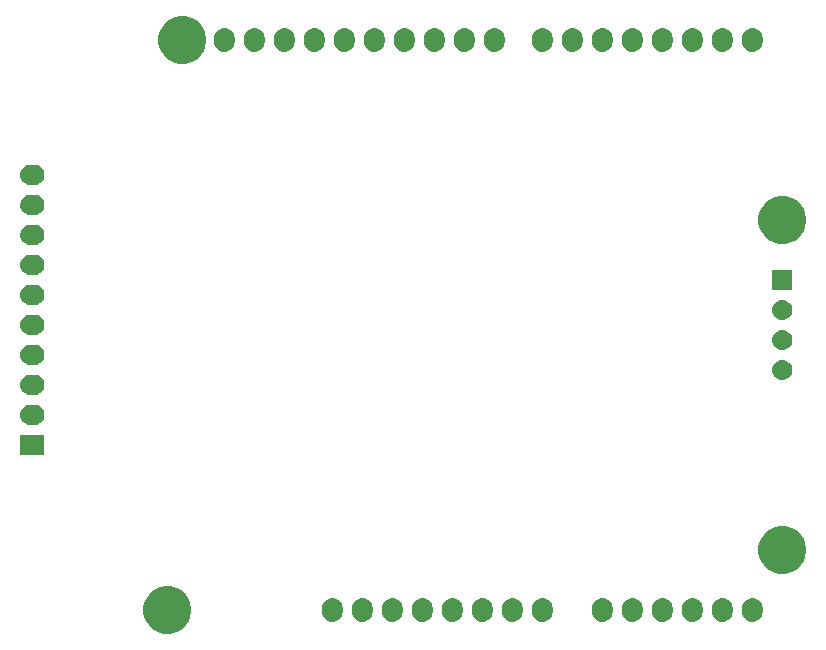
<source format=gbr>
G04 #@! TF.GenerationSoftware,KiCad,Pcbnew,5.0.2-bee76a0~70~ubuntu18.04.1*
G04 #@! TF.CreationDate,2019-04-12T14:14:33+02:00*
G04 #@! TF.ProjectId,KiCad_Shield,4b694361-645f-4536-9869-656c642e6b69,rev?*
G04 #@! TF.SameCoordinates,Original*
G04 #@! TF.FileFunction,Soldermask,Bot*
G04 #@! TF.FilePolarity,Negative*
%FSLAX46Y46*%
G04 Gerber Fmt 4.6, Leading zero omitted, Abs format (unit mm)*
G04 Created by KiCad (PCBNEW 5.0.2-bee76a0~70~ubuntu18.04.1) date Fr 12 Apr 2019 14:14:33 CEST*
%MOMM*%
%LPD*%
G01*
G04 APERTURE LIST*
%ADD10C,0.100000*%
G04 APERTURE END LIST*
D10*
G36*
X125560712Y-121871088D02*
X125930510Y-122024263D01*
X125930513Y-122024265D01*
X126263325Y-122246643D01*
X126546357Y-122529675D01*
X126730204Y-122804822D01*
X126768737Y-122862490D01*
X126921912Y-123232288D01*
X127000000Y-123624864D01*
X127000000Y-124025136D01*
X126921912Y-124417712D01*
X126768737Y-124787510D01*
X126768735Y-124787513D01*
X126546357Y-125120325D01*
X126263325Y-125403357D01*
X125930513Y-125625735D01*
X125930510Y-125625737D01*
X125560712Y-125778912D01*
X125168136Y-125857000D01*
X124767864Y-125857000D01*
X124375288Y-125778912D01*
X124005490Y-125625737D01*
X124005487Y-125625735D01*
X123672675Y-125403357D01*
X123389643Y-125120325D01*
X123167265Y-124787513D01*
X123167263Y-124787510D01*
X123014088Y-124417712D01*
X122936000Y-124025136D01*
X122936000Y-123624864D01*
X123014088Y-123232288D01*
X123167263Y-122862490D01*
X123205796Y-122804822D01*
X123389643Y-122529675D01*
X123672675Y-122246643D01*
X124005487Y-122024265D01*
X124005490Y-122024263D01*
X124375288Y-121871088D01*
X124767864Y-121793000D01*
X125168136Y-121793000D01*
X125560712Y-121871088D01*
X125560712Y-121871088D01*
G37*
G36*
X172127294Y-122821496D02*
X172247726Y-122858029D01*
X172290087Y-122870879D01*
X172440112Y-122951068D01*
X172571612Y-123058988D01*
X172679532Y-123190488D01*
X172759721Y-123340512D01*
X172772571Y-123382873D01*
X172809104Y-123503305D01*
X172809104Y-123503307D01*
X172821600Y-123630179D01*
X172821600Y-124019820D01*
X172821076Y-124025136D01*
X172809104Y-124146694D01*
X172772571Y-124267128D01*
X172759721Y-124309488D01*
X172679532Y-124459512D01*
X172571612Y-124591012D01*
X172440112Y-124698932D01*
X172290088Y-124779121D01*
X172262433Y-124787510D01*
X172127295Y-124828504D01*
X172014432Y-124839620D01*
X171958001Y-124845178D01*
X171958000Y-124845178D01*
X171788706Y-124828504D01*
X171653568Y-124787510D01*
X171625913Y-124779121D01*
X171475889Y-124698932D01*
X171385946Y-124625117D01*
X171344388Y-124591012D01*
X171236469Y-124459512D01*
X171214127Y-124417713D01*
X171156279Y-124309488D01*
X171143429Y-124267127D01*
X171106896Y-124146695D01*
X171098565Y-124062112D01*
X171094400Y-124019821D01*
X171094400Y-123630180D01*
X171106896Y-123503308D01*
X171106896Y-123503306D01*
X171156278Y-123340517D01*
X171156279Y-123340513D01*
X171236468Y-123190488D01*
X171344388Y-123058988D01*
X171475888Y-122951068D01*
X171625912Y-122870879D01*
X171668273Y-122858029D01*
X171788705Y-122821496D01*
X171901568Y-122810380D01*
X171957999Y-122804822D01*
X171958000Y-122804822D01*
X172127294Y-122821496D01*
X172127294Y-122821496D01*
G37*
G36*
X174667294Y-122821496D02*
X174787726Y-122858029D01*
X174830087Y-122870879D01*
X174980112Y-122951068D01*
X175111612Y-123058988D01*
X175219532Y-123190488D01*
X175299721Y-123340512D01*
X175312571Y-123382873D01*
X175349104Y-123503305D01*
X175349104Y-123503307D01*
X175361600Y-123630179D01*
X175361600Y-124019820D01*
X175361076Y-124025136D01*
X175349104Y-124146694D01*
X175312571Y-124267128D01*
X175299721Y-124309488D01*
X175219532Y-124459512D01*
X175111612Y-124591012D01*
X174980112Y-124698932D01*
X174830088Y-124779121D01*
X174802433Y-124787510D01*
X174667295Y-124828504D01*
X174554432Y-124839620D01*
X174498001Y-124845178D01*
X174498000Y-124845178D01*
X174328706Y-124828504D01*
X174193568Y-124787510D01*
X174165913Y-124779121D01*
X174015889Y-124698932D01*
X173925946Y-124625117D01*
X173884388Y-124591012D01*
X173776469Y-124459512D01*
X173754127Y-124417713D01*
X173696279Y-124309488D01*
X173683429Y-124267127D01*
X173646896Y-124146695D01*
X173638565Y-124062112D01*
X173634400Y-124019821D01*
X173634400Y-123630180D01*
X173646896Y-123503308D01*
X173646896Y-123503306D01*
X173696278Y-123340517D01*
X173696279Y-123340513D01*
X173776468Y-123190488D01*
X173884388Y-123058988D01*
X174015888Y-122951068D01*
X174165912Y-122870879D01*
X174208273Y-122858029D01*
X174328705Y-122821496D01*
X174441568Y-122810380D01*
X174497999Y-122804822D01*
X174498000Y-122804822D01*
X174667294Y-122821496D01*
X174667294Y-122821496D01*
G37*
G36*
X169587294Y-122821496D02*
X169707726Y-122858029D01*
X169750087Y-122870879D01*
X169900112Y-122951068D01*
X170031612Y-123058988D01*
X170139532Y-123190488D01*
X170219721Y-123340512D01*
X170232571Y-123382873D01*
X170269104Y-123503305D01*
X170269104Y-123503307D01*
X170281600Y-123630179D01*
X170281600Y-124019820D01*
X170281076Y-124025136D01*
X170269104Y-124146694D01*
X170232571Y-124267128D01*
X170219721Y-124309488D01*
X170139532Y-124459512D01*
X170031612Y-124591012D01*
X169900112Y-124698932D01*
X169750088Y-124779121D01*
X169722433Y-124787510D01*
X169587295Y-124828504D01*
X169474432Y-124839620D01*
X169418001Y-124845178D01*
X169418000Y-124845178D01*
X169248706Y-124828504D01*
X169113568Y-124787510D01*
X169085913Y-124779121D01*
X168935889Y-124698932D01*
X168845946Y-124625117D01*
X168804388Y-124591012D01*
X168696469Y-124459512D01*
X168674127Y-124417713D01*
X168616279Y-124309488D01*
X168603429Y-124267127D01*
X168566896Y-124146695D01*
X168558565Y-124062112D01*
X168554400Y-124019821D01*
X168554400Y-123630180D01*
X168566896Y-123503308D01*
X168566896Y-123503306D01*
X168616278Y-123340517D01*
X168616279Y-123340513D01*
X168696468Y-123190488D01*
X168804388Y-123058988D01*
X168935888Y-122951068D01*
X169085912Y-122870879D01*
X169128273Y-122858029D01*
X169248705Y-122821496D01*
X169361568Y-122810380D01*
X169417999Y-122804822D01*
X169418000Y-122804822D01*
X169587294Y-122821496D01*
X169587294Y-122821496D01*
G37*
G36*
X167047294Y-122821496D02*
X167167726Y-122858029D01*
X167210087Y-122870879D01*
X167360112Y-122951068D01*
X167491612Y-123058988D01*
X167599532Y-123190488D01*
X167679721Y-123340512D01*
X167692571Y-123382873D01*
X167729104Y-123503305D01*
X167729104Y-123503307D01*
X167741600Y-123630179D01*
X167741600Y-124019820D01*
X167741076Y-124025136D01*
X167729104Y-124146694D01*
X167692571Y-124267128D01*
X167679721Y-124309488D01*
X167599532Y-124459512D01*
X167491612Y-124591012D01*
X167360112Y-124698932D01*
X167210088Y-124779121D01*
X167182433Y-124787510D01*
X167047295Y-124828504D01*
X166934432Y-124839620D01*
X166878001Y-124845178D01*
X166878000Y-124845178D01*
X166708706Y-124828504D01*
X166573568Y-124787510D01*
X166545913Y-124779121D01*
X166395889Y-124698932D01*
X166305946Y-124625117D01*
X166264388Y-124591012D01*
X166156469Y-124459512D01*
X166134127Y-124417713D01*
X166076279Y-124309488D01*
X166063429Y-124267127D01*
X166026896Y-124146695D01*
X166018565Y-124062112D01*
X166014400Y-124019821D01*
X166014400Y-123630180D01*
X166026896Y-123503308D01*
X166026896Y-123503306D01*
X166076278Y-123340517D01*
X166076279Y-123340513D01*
X166156468Y-123190488D01*
X166264388Y-123058988D01*
X166395888Y-122951068D01*
X166545912Y-122870879D01*
X166588273Y-122858029D01*
X166708705Y-122821496D01*
X166821568Y-122810380D01*
X166877999Y-122804822D01*
X166878000Y-122804822D01*
X167047294Y-122821496D01*
X167047294Y-122821496D01*
G37*
G36*
X164507294Y-122821496D02*
X164627726Y-122858029D01*
X164670087Y-122870879D01*
X164820112Y-122951068D01*
X164951612Y-123058988D01*
X165059532Y-123190488D01*
X165139721Y-123340512D01*
X165152571Y-123382873D01*
X165189104Y-123503305D01*
X165189104Y-123503307D01*
X165201600Y-123630179D01*
X165201600Y-124019820D01*
X165201076Y-124025136D01*
X165189104Y-124146694D01*
X165152571Y-124267128D01*
X165139721Y-124309488D01*
X165059532Y-124459512D01*
X164951612Y-124591012D01*
X164820112Y-124698932D01*
X164670088Y-124779121D01*
X164642433Y-124787510D01*
X164507295Y-124828504D01*
X164394432Y-124839620D01*
X164338001Y-124845178D01*
X164338000Y-124845178D01*
X164168706Y-124828504D01*
X164033568Y-124787510D01*
X164005913Y-124779121D01*
X163855889Y-124698932D01*
X163765946Y-124625117D01*
X163724388Y-124591012D01*
X163616469Y-124459512D01*
X163594127Y-124417713D01*
X163536279Y-124309488D01*
X163523429Y-124267127D01*
X163486896Y-124146695D01*
X163478565Y-124062112D01*
X163474400Y-124019821D01*
X163474400Y-123630180D01*
X163486896Y-123503308D01*
X163486896Y-123503306D01*
X163536278Y-123340517D01*
X163536279Y-123340513D01*
X163616468Y-123190488D01*
X163724388Y-123058988D01*
X163855888Y-122951068D01*
X164005912Y-122870879D01*
X164048273Y-122858029D01*
X164168705Y-122821496D01*
X164281568Y-122810380D01*
X164337999Y-122804822D01*
X164338000Y-122804822D01*
X164507294Y-122821496D01*
X164507294Y-122821496D01*
G37*
G36*
X161967294Y-122821496D02*
X162087726Y-122858029D01*
X162130087Y-122870879D01*
X162280112Y-122951068D01*
X162411612Y-123058988D01*
X162519532Y-123190488D01*
X162599721Y-123340512D01*
X162612571Y-123382873D01*
X162649104Y-123503305D01*
X162649104Y-123503307D01*
X162661600Y-123630179D01*
X162661600Y-124019820D01*
X162661076Y-124025136D01*
X162649104Y-124146694D01*
X162612571Y-124267128D01*
X162599721Y-124309488D01*
X162519532Y-124459512D01*
X162411612Y-124591012D01*
X162280112Y-124698932D01*
X162130088Y-124779121D01*
X162102433Y-124787510D01*
X161967295Y-124828504D01*
X161854432Y-124839620D01*
X161798001Y-124845178D01*
X161798000Y-124845178D01*
X161628706Y-124828504D01*
X161493568Y-124787510D01*
X161465913Y-124779121D01*
X161315889Y-124698932D01*
X161225946Y-124625117D01*
X161184388Y-124591012D01*
X161076469Y-124459512D01*
X161054127Y-124417713D01*
X160996279Y-124309488D01*
X160983429Y-124267127D01*
X160946896Y-124146695D01*
X160938565Y-124062112D01*
X160934400Y-124019821D01*
X160934400Y-123630180D01*
X160946896Y-123503308D01*
X160946896Y-123503306D01*
X160996278Y-123340517D01*
X160996279Y-123340513D01*
X161076468Y-123190488D01*
X161184388Y-123058988D01*
X161315888Y-122951068D01*
X161465912Y-122870879D01*
X161508273Y-122858029D01*
X161628705Y-122821496D01*
X161741568Y-122810380D01*
X161797999Y-122804822D01*
X161798000Y-122804822D01*
X161967294Y-122821496D01*
X161967294Y-122821496D01*
G37*
G36*
X156887294Y-122821496D02*
X157007726Y-122858029D01*
X157050087Y-122870879D01*
X157200112Y-122951068D01*
X157331612Y-123058988D01*
X157439532Y-123190488D01*
X157519721Y-123340512D01*
X157532571Y-123382873D01*
X157569104Y-123503305D01*
X157569104Y-123503307D01*
X157581600Y-123630179D01*
X157581600Y-124019820D01*
X157581076Y-124025136D01*
X157569104Y-124146694D01*
X157532571Y-124267128D01*
X157519721Y-124309488D01*
X157439532Y-124459512D01*
X157331612Y-124591012D01*
X157200112Y-124698932D01*
X157050088Y-124779121D01*
X157022433Y-124787510D01*
X156887295Y-124828504D01*
X156774432Y-124839620D01*
X156718001Y-124845178D01*
X156718000Y-124845178D01*
X156548706Y-124828504D01*
X156413568Y-124787510D01*
X156385913Y-124779121D01*
X156235889Y-124698932D01*
X156145946Y-124625117D01*
X156104388Y-124591012D01*
X155996469Y-124459512D01*
X155974127Y-124417713D01*
X155916279Y-124309488D01*
X155903429Y-124267127D01*
X155866896Y-124146695D01*
X155858565Y-124062112D01*
X155854400Y-124019821D01*
X155854400Y-123630180D01*
X155866896Y-123503308D01*
X155866896Y-123503306D01*
X155916278Y-123340517D01*
X155916279Y-123340513D01*
X155996468Y-123190488D01*
X156104388Y-123058988D01*
X156235888Y-122951068D01*
X156385912Y-122870879D01*
X156428273Y-122858029D01*
X156548705Y-122821496D01*
X156661568Y-122810380D01*
X156717999Y-122804822D01*
X156718000Y-122804822D01*
X156887294Y-122821496D01*
X156887294Y-122821496D01*
G37*
G36*
X151807294Y-122821496D02*
X151927726Y-122858029D01*
X151970087Y-122870879D01*
X152120112Y-122951068D01*
X152251612Y-123058988D01*
X152359532Y-123190488D01*
X152439721Y-123340512D01*
X152452571Y-123382873D01*
X152489104Y-123503305D01*
X152489104Y-123503307D01*
X152501600Y-123630179D01*
X152501600Y-124019820D01*
X152501076Y-124025136D01*
X152489104Y-124146694D01*
X152452571Y-124267128D01*
X152439721Y-124309488D01*
X152359532Y-124459512D01*
X152251612Y-124591012D01*
X152120112Y-124698932D01*
X151970088Y-124779121D01*
X151942433Y-124787510D01*
X151807295Y-124828504D01*
X151694432Y-124839620D01*
X151638001Y-124845178D01*
X151638000Y-124845178D01*
X151468706Y-124828504D01*
X151333568Y-124787510D01*
X151305913Y-124779121D01*
X151155889Y-124698932D01*
X151065946Y-124625117D01*
X151024388Y-124591012D01*
X150916469Y-124459512D01*
X150894127Y-124417713D01*
X150836279Y-124309488D01*
X150823429Y-124267127D01*
X150786896Y-124146695D01*
X150778565Y-124062112D01*
X150774400Y-124019821D01*
X150774400Y-123630180D01*
X150786896Y-123503308D01*
X150786896Y-123503306D01*
X150836278Y-123340517D01*
X150836279Y-123340513D01*
X150916468Y-123190488D01*
X151024388Y-123058988D01*
X151155888Y-122951068D01*
X151305912Y-122870879D01*
X151348273Y-122858029D01*
X151468705Y-122821496D01*
X151581568Y-122810380D01*
X151637999Y-122804822D01*
X151638000Y-122804822D01*
X151807294Y-122821496D01*
X151807294Y-122821496D01*
G37*
G36*
X139107294Y-122821496D02*
X139227726Y-122858029D01*
X139270087Y-122870879D01*
X139420112Y-122951068D01*
X139551612Y-123058988D01*
X139659532Y-123190488D01*
X139739721Y-123340512D01*
X139752571Y-123382873D01*
X139789104Y-123503305D01*
X139789104Y-123503307D01*
X139801600Y-123630179D01*
X139801600Y-124019820D01*
X139801076Y-124025136D01*
X139789104Y-124146694D01*
X139752571Y-124267128D01*
X139739721Y-124309488D01*
X139659532Y-124459512D01*
X139551612Y-124591012D01*
X139420112Y-124698932D01*
X139270088Y-124779121D01*
X139242433Y-124787510D01*
X139107295Y-124828504D01*
X138994432Y-124839620D01*
X138938001Y-124845178D01*
X138938000Y-124845178D01*
X138768706Y-124828504D01*
X138633568Y-124787510D01*
X138605913Y-124779121D01*
X138455889Y-124698932D01*
X138365946Y-124625117D01*
X138324388Y-124591012D01*
X138216469Y-124459512D01*
X138194127Y-124417713D01*
X138136279Y-124309488D01*
X138123429Y-124267127D01*
X138086896Y-124146695D01*
X138078565Y-124062112D01*
X138074400Y-124019821D01*
X138074400Y-123630180D01*
X138086896Y-123503308D01*
X138086896Y-123503306D01*
X138136278Y-123340517D01*
X138136279Y-123340513D01*
X138216468Y-123190488D01*
X138324388Y-123058988D01*
X138455888Y-122951068D01*
X138605912Y-122870879D01*
X138648273Y-122858029D01*
X138768705Y-122821496D01*
X138881568Y-122810380D01*
X138937999Y-122804822D01*
X138938000Y-122804822D01*
X139107294Y-122821496D01*
X139107294Y-122821496D01*
G37*
G36*
X141647294Y-122821496D02*
X141767726Y-122858029D01*
X141810087Y-122870879D01*
X141960112Y-122951068D01*
X142091612Y-123058988D01*
X142199532Y-123190488D01*
X142279721Y-123340512D01*
X142292571Y-123382873D01*
X142329104Y-123503305D01*
X142329104Y-123503307D01*
X142341600Y-123630179D01*
X142341600Y-124019820D01*
X142341076Y-124025136D01*
X142329104Y-124146694D01*
X142292571Y-124267128D01*
X142279721Y-124309488D01*
X142199532Y-124459512D01*
X142091612Y-124591012D01*
X141960112Y-124698932D01*
X141810088Y-124779121D01*
X141782433Y-124787510D01*
X141647295Y-124828504D01*
X141534432Y-124839620D01*
X141478001Y-124845178D01*
X141478000Y-124845178D01*
X141308706Y-124828504D01*
X141173568Y-124787510D01*
X141145913Y-124779121D01*
X140995889Y-124698932D01*
X140905946Y-124625117D01*
X140864388Y-124591012D01*
X140756469Y-124459512D01*
X140734127Y-124417713D01*
X140676279Y-124309488D01*
X140663429Y-124267127D01*
X140626896Y-124146695D01*
X140618565Y-124062112D01*
X140614400Y-124019821D01*
X140614400Y-123630180D01*
X140626896Y-123503308D01*
X140626896Y-123503306D01*
X140676278Y-123340517D01*
X140676279Y-123340513D01*
X140756468Y-123190488D01*
X140864388Y-123058988D01*
X140995888Y-122951068D01*
X141145912Y-122870879D01*
X141188273Y-122858029D01*
X141308705Y-122821496D01*
X141421568Y-122810380D01*
X141477999Y-122804822D01*
X141478000Y-122804822D01*
X141647294Y-122821496D01*
X141647294Y-122821496D01*
G37*
G36*
X144187294Y-122821496D02*
X144307726Y-122858029D01*
X144350087Y-122870879D01*
X144500112Y-122951068D01*
X144631612Y-123058988D01*
X144739532Y-123190488D01*
X144819721Y-123340512D01*
X144832571Y-123382873D01*
X144869104Y-123503305D01*
X144869104Y-123503307D01*
X144881600Y-123630179D01*
X144881600Y-124019820D01*
X144881076Y-124025136D01*
X144869104Y-124146694D01*
X144832571Y-124267128D01*
X144819721Y-124309488D01*
X144739532Y-124459512D01*
X144631612Y-124591012D01*
X144500112Y-124698932D01*
X144350088Y-124779121D01*
X144322433Y-124787510D01*
X144187295Y-124828504D01*
X144074432Y-124839620D01*
X144018001Y-124845178D01*
X144018000Y-124845178D01*
X143848706Y-124828504D01*
X143713568Y-124787510D01*
X143685913Y-124779121D01*
X143535889Y-124698932D01*
X143445946Y-124625117D01*
X143404388Y-124591012D01*
X143296469Y-124459512D01*
X143274127Y-124417713D01*
X143216279Y-124309488D01*
X143203429Y-124267127D01*
X143166896Y-124146695D01*
X143158565Y-124062112D01*
X143154400Y-124019821D01*
X143154400Y-123630180D01*
X143166896Y-123503308D01*
X143166896Y-123503306D01*
X143216278Y-123340517D01*
X143216279Y-123340513D01*
X143296468Y-123190488D01*
X143404388Y-123058988D01*
X143535888Y-122951068D01*
X143685912Y-122870879D01*
X143728273Y-122858029D01*
X143848705Y-122821496D01*
X143961568Y-122810380D01*
X144017999Y-122804822D01*
X144018000Y-122804822D01*
X144187294Y-122821496D01*
X144187294Y-122821496D01*
G37*
G36*
X146727294Y-122821496D02*
X146847726Y-122858029D01*
X146890087Y-122870879D01*
X147040112Y-122951068D01*
X147171612Y-123058988D01*
X147279532Y-123190488D01*
X147359721Y-123340512D01*
X147372571Y-123382873D01*
X147409104Y-123503305D01*
X147409104Y-123503307D01*
X147421600Y-123630179D01*
X147421600Y-124019820D01*
X147421076Y-124025136D01*
X147409104Y-124146694D01*
X147372571Y-124267128D01*
X147359721Y-124309488D01*
X147279532Y-124459512D01*
X147171612Y-124591012D01*
X147040112Y-124698932D01*
X146890088Y-124779121D01*
X146862433Y-124787510D01*
X146727295Y-124828504D01*
X146614432Y-124839620D01*
X146558001Y-124845178D01*
X146558000Y-124845178D01*
X146388706Y-124828504D01*
X146253568Y-124787510D01*
X146225913Y-124779121D01*
X146075889Y-124698932D01*
X145985946Y-124625117D01*
X145944388Y-124591012D01*
X145836469Y-124459512D01*
X145814127Y-124417713D01*
X145756279Y-124309488D01*
X145743429Y-124267127D01*
X145706896Y-124146695D01*
X145698565Y-124062112D01*
X145694400Y-124019821D01*
X145694400Y-123630180D01*
X145706896Y-123503308D01*
X145706896Y-123503306D01*
X145756278Y-123340517D01*
X145756279Y-123340513D01*
X145836468Y-123190488D01*
X145944388Y-123058988D01*
X146075888Y-122951068D01*
X146225912Y-122870879D01*
X146268273Y-122858029D01*
X146388705Y-122821496D01*
X146501568Y-122810380D01*
X146557999Y-122804822D01*
X146558000Y-122804822D01*
X146727294Y-122821496D01*
X146727294Y-122821496D01*
G37*
G36*
X149267294Y-122821496D02*
X149387726Y-122858029D01*
X149430087Y-122870879D01*
X149580112Y-122951068D01*
X149711612Y-123058988D01*
X149819532Y-123190488D01*
X149899721Y-123340512D01*
X149912571Y-123382873D01*
X149949104Y-123503305D01*
X149949104Y-123503307D01*
X149961600Y-123630179D01*
X149961600Y-124019820D01*
X149961076Y-124025136D01*
X149949104Y-124146694D01*
X149912571Y-124267128D01*
X149899721Y-124309488D01*
X149819532Y-124459512D01*
X149711612Y-124591012D01*
X149580112Y-124698932D01*
X149430088Y-124779121D01*
X149402433Y-124787510D01*
X149267295Y-124828504D01*
X149154432Y-124839620D01*
X149098001Y-124845178D01*
X149098000Y-124845178D01*
X148928706Y-124828504D01*
X148793568Y-124787510D01*
X148765913Y-124779121D01*
X148615889Y-124698932D01*
X148525946Y-124625117D01*
X148484388Y-124591012D01*
X148376469Y-124459512D01*
X148354127Y-124417713D01*
X148296279Y-124309488D01*
X148283429Y-124267127D01*
X148246896Y-124146695D01*
X148238565Y-124062112D01*
X148234400Y-124019821D01*
X148234400Y-123630180D01*
X148246896Y-123503308D01*
X148246896Y-123503306D01*
X148296278Y-123340517D01*
X148296279Y-123340513D01*
X148376468Y-123190488D01*
X148484388Y-123058988D01*
X148615888Y-122951068D01*
X148765912Y-122870879D01*
X148808273Y-122858029D01*
X148928705Y-122821496D01*
X149041568Y-122810380D01*
X149097999Y-122804822D01*
X149098000Y-122804822D01*
X149267294Y-122821496D01*
X149267294Y-122821496D01*
G37*
G36*
X154347294Y-122821496D02*
X154467726Y-122858029D01*
X154510087Y-122870879D01*
X154660112Y-122951068D01*
X154791612Y-123058988D01*
X154899532Y-123190488D01*
X154979721Y-123340512D01*
X154992571Y-123382873D01*
X155029104Y-123503305D01*
X155029104Y-123503307D01*
X155041600Y-123630179D01*
X155041600Y-124019820D01*
X155041076Y-124025136D01*
X155029104Y-124146694D01*
X154992571Y-124267128D01*
X154979721Y-124309488D01*
X154899532Y-124459512D01*
X154791612Y-124591012D01*
X154660112Y-124698932D01*
X154510088Y-124779121D01*
X154482433Y-124787510D01*
X154347295Y-124828504D01*
X154234432Y-124839620D01*
X154178001Y-124845178D01*
X154178000Y-124845178D01*
X154008706Y-124828504D01*
X153873568Y-124787510D01*
X153845913Y-124779121D01*
X153695889Y-124698932D01*
X153605946Y-124625117D01*
X153564388Y-124591012D01*
X153456469Y-124459512D01*
X153434127Y-124417713D01*
X153376279Y-124309488D01*
X153363429Y-124267127D01*
X153326896Y-124146695D01*
X153318565Y-124062112D01*
X153314400Y-124019821D01*
X153314400Y-123630180D01*
X153326896Y-123503308D01*
X153326896Y-123503306D01*
X153376278Y-123340517D01*
X153376279Y-123340513D01*
X153456468Y-123190488D01*
X153564388Y-123058988D01*
X153695888Y-122951068D01*
X153845912Y-122870879D01*
X153888273Y-122858029D01*
X154008705Y-122821496D01*
X154121568Y-122810380D01*
X154177999Y-122804822D01*
X154178000Y-122804822D01*
X154347294Y-122821496D01*
X154347294Y-122821496D01*
G37*
G36*
X177630712Y-116791088D02*
X178000510Y-116944263D01*
X178000513Y-116944265D01*
X178333325Y-117166643D01*
X178616357Y-117449675D01*
X178838735Y-117782487D01*
X178838737Y-117782490D01*
X178991912Y-118152288D01*
X179070000Y-118544864D01*
X179070000Y-118945136D01*
X178991912Y-119337712D01*
X178838737Y-119707510D01*
X178838735Y-119707513D01*
X178616357Y-120040325D01*
X178333325Y-120323357D01*
X178000513Y-120545735D01*
X178000510Y-120545737D01*
X177630712Y-120698912D01*
X177238136Y-120777000D01*
X176837864Y-120777000D01*
X176445288Y-120698912D01*
X176075490Y-120545737D01*
X176075487Y-120545735D01*
X175742675Y-120323357D01*
X175459643Y-120040325D01*
X175237265Y-119707513D01*
X175237263Y-119707510D01*
X175084088Y-119337712D01*
X175006000Y-118945136D01*
X175006000Y-118544864D01*
X175084088Y-118152288D01*
X175237263Y-117782490D01*
X175237265Y-117782487D01*
X175459643Y-117449675D01*
X175742675Y-117166643D01*
X176075487Y-116944265D01*
X176075490Y-116944263D01*
X176445288Y-116791088D01*
X176837864Y-116713000D01*
X177238136Y-116713000D01*
X177630712Y-116791088D01*
X177630712Y-116791088D01*
G37*
G36*
X114554000Y-110718600D02*
X112522000Y-110718600D01*
X112522000Y-108991400D01*
X114554000Y-108991400D01*
X114554000Y-110718600D01*
X114554000Y-110718600D01*
G37*
G36*
X113775112Y-106455565D02*
X113859695Y-106463896D01*
X113980127Y-106500429D01*
X114022488Y-106513279D01*
X114172512Y-106593468D01*
X114304012Y-106701388D01*
X114411932Y-106832888D01*
X114492121Y-106982912D01*
X114492122Y-106982916D01*
X114541504Y-107145705D01*
X114558178Y-107315000D01*
X114541504Y-107484295D01*
X114504971Y-107604727D01*
X114492121Y-107647088D01*
X114411932Y-107797112D01*
X114304012Y-107928612D01*
X114172512Y-108036532D01*
X114022488Y-108116721D01*
X113980127Y-108129571D01*
X113859695Y-108166104D01*
X113775112Y-108174435D01*
X113732821Y-108178600D01*
X113343179Y-108178600D01*
X113300888Y-108174435D01*
X113216305Y-108166104D01*
X113095873Y-108129571D01*
X113053512Y-108116721D01*
X112903488Y-108036532D01*
X112771988Y-107928612D01*
X112664068Y-107797112D01*
X112583879Y-107647088D01*
X112571029Y-107604727D01*
X112534496Y-107484295D01*
X112517822Y-107315000D01*
X112534496Y-107145705D01*
X112583878Y-106982916D01*
X112583879Y-106982912D01*
X112664068Y-106832888D01*
X112771988Y-106701388D01*
X112903488Y-106593468D01*
X113053512Y-106513279D01*
X113095873Y-106500429D01*
X113216305Y-106463896D01*
X113300888Y-106455565D01*
X113343179Y-106451400D01*
X113732821Y-106451400D01*
X113775112Y-106455565D01*
X113775112Y-106455565D01*
G37*
G36*
X113775112Y-103915565D02*
X113859695Y-103923896D01*
X113980127Y-103960429D01*
X114022488Y-103973279D01*
X114172512Y-104053468D01*
X114304012Y-104161388D01*
X114411932Y-104292888D01*
X114492121Y-104442912D01*
X114492122Y-104442916D01*
X114541504Y-104605705D01*
X114558178Y-104775000D01*
X114541504Y-104944295D01*
X114504971Y-105064727D01*
X114492121Y-105107088D01*
X114411932Y-105257112D01*
X114304012Y-105388612D01*
X114172512Y-105496532D01*
X114022488Y-105576721D01*
X113980127Y-105589571D01*
X113859695Y-105626104D01*
X113775112Y-105634435D01*
X113732821Y-105638600D01*
X113343179Y-105638600D01*
X113300888Y-105634435D01*
X113216305Y-105626104D01*
X113095873Y-105589571D01*
X113053512Y-105576721D01*
X112903488Y-105496532D01*
X112771988Y-105388612D01*
X112664068Y-105257112D01*
X112583879Y-105107088D01*
X112571029Y-105064727D01*
X112534496Y-104944295D01*
X112517822Y-104775000D01*
X112534496Y-104605705D01*
X112583878Y-104442916D01*
X112583879Y-104442912D01*
X112664068Y-104292888D01*
X112771988Y-104161388D01*
X112903488Y-104053468D01*
X113053512Y-103973279D01*
X113095873Y-103960429D01*
X113216305Y-103923896D01*
X113300888Y-103915565D01*
X113343179Y-103911400D01*
X113732821Y-103911400D01*
X113775112Y-103915565D01*
X113775112Y-103915565D01*
G37*
G36*
X177204630Y-102667299D02*
X177364855Y-102715903D01*
X177512520Y-102794831D01*
X177641949Y-102901051D01*
X177748169Y-103030480D01*
X177827097Y-103178145D01*
X177875701Y-103338370D01*
X177892112Y-103505000D01*
X177875701Y-103671630D01*
X177827097Y-103831855D01*
X177748169Y-103979520D01*
X177641949Y-104108949D01*
X177512520Y-104215169D01*
X177364855Y-104294097D01*
X177204630Y-104342701D01*
X177079752Y-104355000D01*
X176996248Y-104355000D01*
X176871370Y-104342701D01*
X176711145Y-104294097D01*
X176563480Y-104215169D01*
X176434051Y-104108949D01*
X176327831Y-103979520D01*
X176248903Y-103831855D01*
X176200299Y-103671630D01*
X176183888Y-103505000D01*
X176200299Y-103338370D01*
X176248903Y-103178145D01*
X176327831Y-103030480D01*
X176434051Y-102901051D01*
X176563480Y-102794831D01*
X176711145Y-102715903D01*
X176871370Y-102667299D01*
X176996248Y-102655000D01*
X177079752Y-102655000D01*
X177204630Y-102667299D01*
X177204630Y-102667299D01*
G37*
G36*
X113775112Y-101375565D02*
X113859695Y-101383896D01*
X113980127Y-101420429D01*
X114022488Y-101433279D01*
X114172512Y-101513468D01*
X114304012Y-101621388D01*
X114411932Y-101752888D01*
X114492121Y-101902912D01*
X114492122Y-101902916D01*
X114541504Y-102065705D01*
X114558178Y-102235000D01*
X114541504Y-102404295D01*
X114504971Y-102524727D01*
X114492121Y-102567088D01*
X114411932Y-102717112D01*
X114304012Y-102848612D01*
X114172512Y-102956532D01*
X114022488Y-103036721D01*
X113980127Y-103049571D01*
X113859695Y-103086104D01*
X113775112Y-103094435D01*
X113732821Y-103098600D01*
X113343179Y-103098600D01*
X113300888Y-103094435D01*
X113216305Y-103086104D01*
X113095873Y-103049571D01*
X113053512Y-103036721D01*
X112903488Y-102956532D01*
X112771988Y-102848612D01*
X112664068Y-102717112D01*
X112583879Y-102567088D01*
X112571029Y-102524727D01*
X112534496Y-102404295D01*
X112517822Y-102235000D01*
X112534496Y-102065705D01*
X112583878Y-101902916D01*
X112583879Y-101902912D01*
X112664068Y-101752888D01*
X112771988Y-101621388D01*
X112903488Y-101513468D01*
X113053512Y-101433279D01*
X113095873Y-101420429D01*
X113216305Y-101383896D01*
X113300888Y-101375565D01*
X113343179Y-101371400D01*
X113732821Y-101371400D01*
X113775112Y-101375565D01*
X113775112Y-101375565D01*
G37*
G36*
X177204630Y-100127299D02*
X177364855Y-100175903D01*
X177512520Y-100254831D01*
X177641949Y-100361051D01*
X177748169Y-100490480D01*
X177827097Y-100638145D01*
X177875701Y-100798370D01*
X177892112Y-100965000D01*
X177875701Y-101131630D01*
X177827097Y-101291855D01*
X177748169Y-101439520D01*
X177641949Y-101568949D01*
X177512520Y-101675169D01*
X177364855Y-101754097D01*
X177204630Y-101802701D01*
X177079752Y-101815000D01*
X176996248Y-101815000D01*
X176871370Y-101802701D01*
X176711145Y-101754097D01*
X176563480Y-101675169D01*
X176434051Y-101568949D01*
X176327831Y-101439520D01*
X176248903Y-101291855D01*
X176200299Y-101131630D01*
X176183888Y-100965000D01*
X176200299Y-100798370D01*
X176248903Y-100638145D01*
X176327831Y-100490480D01*
X176434051Y-100361051D01*
X176563480Y-100254831D01*
X176711145Y-100175903D01*
X176871370Y-100127299D01*
X176996248Y-100115000D01*
X177079752Y-100115000D01*
X177204630Y-100127299D01*
X177204630Y-100127299D01*
G37*
G36*
X113775112Y-98835565D02*
X113859695Y-98843896D01*
X113980127Y-98880429D01*
X114022488Y-98893279D01*
X114172512Y-98973468D01*
X114304012Y-99081388D01*
X114411932Y-99212888D01*
X114492121Y-99362912D01*
X114492122Y-99362916D01*
X114541504Y-99525705D01*
X114558178Y-99695000D01*
X114541504Y-99864295D01*
X114504971Y-99984727D01*
X114492121Y-100027088D01*
X114411932Y-100177112D01*
X114304012Y-100308612D01*
X114172512Y-100416532D01*
X114022488Y-100496721D01*
X113980127Y-100509571D01*
X113859695Y-100546104D01*
X113775112Y-100554435D01*
X113732821Y-100558600D01*
X113343179Y-100558600D01*
X113300888Y-100554435D01*
X113216305Y-100546104D01*
X113095873Y-100509571D01*
X113053512Y-100496721D01*
X112903488Y-100416532D01*
X112771988Y-100308612D01*
X112664068Y-100177112D01*
X112583879Y-100027088D01*
X112571029Y-99984727D01*
X112534496Y-99864295D01*
X112517822Y-99695000D01*
X112534496Y-99525705D01*
X112583878Y-99362916D01*
X112583879Y-99362912D01*
X112664068Y-99212888D01*
X112771988Y-99081388D01*
X112903488Y-98973468D01*
X113053512Y-98893279D01*
X113095873Y-98880429D01*
X113216305Y-98843896D01*
X113300888Y-98835565D01*
X113343179Y-98831400D01*
X113732821Y-98831400D01*
X113775112Y-98835565D01*
X113775112Y-98835565D01*
G37*
G36*
X177204630Y-97587299D02*
X177364855Y-97635903D01*
X177512520Y-97714831D01*
X177641949Y-97821051D01*
X177748169Y-97950480D01*
X177827097Y-98098145D01*
X177875701Y-98258370D01*
X177892112Y-98425000D01*
X177875701Y-98591630D01*
X177827097Y-98751855D01*
X177748169Y-98899520D01*
X177641949Y-99028949D01*
X177512520Y-99135169D01*
X177364855Y-99214097D01*
X177204630Y-99262701D01*
X177079752Y-99275000D01*
X176996248Y-99275000D01*
X176871370Y-99262701D01*
X176711145Y-99214097D01*
X176563480Y-99135169D01*
X176434051Y-99028949D01*
X176327831Y-98899520D01*
X176248903Y-98751855D01*
X176200299Y-98591630D01*
X176183888Y-98425000D01*
X176200299Y-98258370D01*
X176248903Y-98098145D01*
X176327831Y-97950480D01*
X176434051Y-97821051D01*
X176563480Y-97714831D01*
X176711145Y-97635903D01*
X176871370Y-97587299D01*
X176996248Y-97575000D01*
X177079752Y-97575000D01*
X177204630Y-97587299D01*
X177204630Y-97587299D01*
G37*
G36*
X113775112Y-96295565D02*
X113859695Y-96303896D01*
X113980127Y-96340429D01*
X114022488Y-96353279D01*
X114172512Y-96433468D01*
X114304012Y-96541388D01*
X114411932Y-96672888D01*
X114492121Y-96822912D01*
X114492122Y-96822916D01*
X114541504Y-96985705D01*
X114558178Y-97155000D01*
X114541504Y-97324295D01*
X114504971Y-97444727D01*
X114492121Y-97487088D01*
X114411932Y-97637112D01*
X114304012Y-97768612D01*
X114172512Y-97876532D01*
X114022488Y-97956721D01*
X113980127Y-97969571D01*
X113859695Y-98006104D01*
X113775112Y-98014435D01*
X113732821Y-98018600D01*
X113343179Y-98018600D01*
X113300888Y-98014435D01*
X113216305Y-98006104D01*
X113095873Y-97969571D01*
X113053512Y-97956721D01*
X112903488Y-97876532D01*
X112771988Y-97768612D01*
X112664068Y-97637112D01*
X112583879Y-97487088D01*
X112571029Y-97444727D01*
X112534496Y-97324295D01*
X112517822Y-97155000D01*
X112534496Y-96985705D01*
X112583878Y-96822916D01*
X112583879Y-96822912D01*
X112664068Y-96672888D01*
X112771988Y-96541388D01*
X112903488Y-96433468D01*
X113053512Y-96353279D01*
X113095873Y-96340429D01*
X113216305Y-96303896D01*
X113300888Y-96295565D01*
X113343179Y-96291400D01*
X113732821Y-96291400D01*
X113775112Y-96295565D01*
X113775112Y-96295565D01*
G37*
G36*
X177888000Y-96735000D02*
X176188000Y-96735000D01*
X176188000Y-95035000D01*
X177888000Y-95035000D01*
X177888000Y-96735000D01*
X177888000Y-96735000D01*
G37*
G36*
X113775112Y-93755565D02*
X113859695Y-93763896D01*
X113980127Y-93800429D01*
X114022488Y-93813279D01*
X114172512Y-93893468D01*
X114304012Y-94001388D01*
X114411932Y-94132888D01*
X114492121Y-94282912D01*
X114492122Y-94282916D01*
X114541504Y-94445705D01*
X114558178Y-94615000D01*
X114541504Y-94784295D01*
X114504971Y-94904727D01*
X114492121Y-94947088D01*
X114411932Y-95097112D01*
X114304012Y-95228612D01*
X114172512Y-95336532D01*
X114022488Y-95416721D01*
X113980127Y-95429571D01*
X113859695Y-95466104D01*
X113775112Y-95474435D01*
X113732821Y-95478600D01*
X113343179Y-95478600D01*
X113300888Y-95474435D01*
X113216305Y-95466104D01*
X113095873Y-95429571D01*
X113053512Y-95416721D01*
X112903488Y-95336532D01*
X112771988Y-95228612D01*
X112664068Y-95097112D01*
X112583879Y-94947088D01*
X112571029Y-94904727D01*
X112534496Y-94784295D01*
X112517822Y-94615000D01*
X112534496Y-94445705D01*
X112583878Y-94282916D01*
X112583879Y-94282912D01*
X112664068Y-94132888D01*
X112771988Y-94001388D01*
X112903488Y-93893468D01*
X113053512Y-93813279D01*
X113095873Y-93800429D01*
X113216305Y-93763896D01*
X113300888Y-93755565D01*
X113343179Y-93751400D01*
X113732821Y-93751400D01*
X113775112Y-93755565D01*
X113775112Y-93755565D01*
G37*
G36*
X113775112Y-91215565D02*
X113859695Y-91223896D01*
X113980127Y-91260429D01*
X114022488Y-91273279D01*
X114172512Y-91353468D01*
X114304012Y-91461388D01*
X114411932Y-91592888D01*
X114492121Y-91742912D01*
X114504971Y-91785273D01*
X114541504Y-91905705D01*
X114558178Y-92075000D01*
X114541504Y-92244295D01*
X114504971Y-92364727D01*
X114492121Y-92407088D01*
X114411932Y-92557112D01*
X114304012Y-92688612D01*
X114172512Y-92796532D01*
X114022488Y-92876721D01*
X113980127Y-92889571D01*
X113859695Y-92926104D01*
X113775112Y-92934435D01*
X113732821Y-92938600D01*
X113343179Y-92938600D01*
X113300888Y-92934435D01*
X113216305Y-92926104D01*
X113095873Y-92889571D01*
X113053512Y-92876721D01*
X112903488Y-92796532D01*
X112771988Y-92688612D01*
X112664068Y-92557112D01*
X112583879Y-92407088D01*
X112571029Y-92364727D01*
X112534496Y-92244295D01*
X112517822Y-92075000D01*
X112534496Y-91905705D01*
X112571029Y-91785273D01*
X112583879Y-91742912D01*
X112664068Y-91592888D01*
X112771988Y-91461388D01*
X112903488Y-91353468D01*
X113053512Y-91273279D01*
X113095873Y-91260429D01*
X113216305Y-91223896D01*
X113300888Y-91215565D01*
X113343179Y-91211400D01*
X113732821Y-91211400D01*
X113775112Y-91215565D01*
X113775112Y-91215565D01*
G37*
G36*
X177630712Y-88851088D02*
X178000510Y-89004263D01*
X178000513Y-89004265D01*
X178333325Y-89226643D01*
X178616357Y-89509675D01*
X178746398Y-89704295D01*
X178838737Y-89842490D01*
X178991912Y-90212288D01*
X179070000Y-90604864D01*
X179070000Y-91005136D01*
X178991912Y-91397712D01*
X178838737Y-91767510D01*
X178838735Y-91767513D01*
X178616357Y-92100325D01*
X178333325Y-92383357D01*
X178073282Y-92557112D01*
X178000510Y-92605737D01*
X177630712Y-92758912D01*
X177238136Y-92837000D01*
X176837864Y-92837000D01*
X176445288Y-92758912D01*
X176075490Y-92605737D01*
X176002718Y-92557112D01*
X175742675Y-92383357D01*
X175459643Y-92100325D01*
X175237265Y-91767513D01*
X175237263Y-91767510D01*
X175084088Y-91397712D01*
X175006000Y-91005136D01*
X175006000Y-90604864D01*
X175084088Y-90212288D01*
X175237263Y-89842490D01*
X175329602Y-89704295D01*
X175459643Y-89509675D01*
X175742675Y-89226643D01*
X176075487Y-89004265D01*
X176075490Y-89004263D01*
X176445288Y-88851088D01*
X176837864Y-88773000D01*
X177238136Y-88773000D01*
X177630712Y-88851088D01*
X177630712Y-88851088D01*
G37*
G36*
X113775112Y-88675565D02*
X113859695Y-88683896D01*
X113980127Y-88720429D01*
X114022488Y-88733279D01*
X114172512Y-88813468D01*
X114304012Y-88921388D01*
X114411932Y-89052888D01*
X114492121Y-89202912D01*
X114504971Y-89245273D01*
X114541504Y-89365705D01*
X114558178Y-89535000D01*
X114541504Y-89704295D01*
X114504971Y-89824727D01*
X114492121Y-89867088D01*
X114411932Y-90017112D01*
X114304012Y-90148612D01*
X114172512Y-90256532D01*
X114022488Y-90336721D01*
X113980127Y-90349571D01*
X113859695Y-90386104D01*
X113775112Y-90394435D01*
X113732821Y-90398600D01*
X113343179Y-90398600D01*
X113300888Y-90394435D01*
X113216305Y-90386104D01*
X113095873Y-90349571D01*
X113053512Y-90336721D01*
X112903488Y-90256532D01*
X112771988Y-90148612D01*
X112664068Y-90017112D01*
X112583879Y-89867088D01*
X112571029Y-89824727D01*
X112534496Y-89704295D01*
X112517822Y-89535000D01*
X112534496Y-89365705D01*
X112571029Y-89245273D01*
X112583879Y-89202912D01*
X112664068Y-89052888D01*
X112771988Y-88921388D01*
X112903488Y-88813468D01*
X113053512Y-88733279D01*
X113095873Y-88720429D01*
X113216305Y-88683896D01*
X113300888Y-88675565D01*
X113343179Y-88671400D01*
X113732821Y-88671400D01*
X113775112Y-88675565D01*
X113775112Y-88675565D01*
G37*
G36*
X113775112Y-86135565D02*
X113859695Y-86143896D01*
X113980127Y-86180429D01*
X114022488Y-86193279D01*
X114172512Y-86273468D01*
X114304012Y-86381388D01*
X114411932Y-86512888D01*
X114492121Y-86662912D01*
X114492122Y-86662916D01*
X114541504Y-86825705D01*
X114558178Y-86995000D01*
X114541504Y-87164295D01*
X114504971Y-87284727D01*
X114492121Y-87327088D01*
X114411932Y-87477112D01*
X114304012Y-87608612D01*
X114172512Y-87716532D01*
X114022488Y-87796721D01*
X113980127Y-87809571D01*
X113859695Y-87846104D01*
X113775112Y-87854435D01*
X113732821Y-87858600D01*
X113343179Y-87858600D01*
X113300888Y-87854435D01*
X113216305Y-87846104D01*
X113095873Y-87809571D01*
X113053512Y-87796721D01*
X112903488Y-87716532D01*
X112771988Y-87608612D01*
X112664068Y-87477112D01*
X112583879Y-87327088D01*
X112571029Y-87284727D01*
X112534496Y-87164295D01*
X112517822Y-86995000D01*
X112534496Y-86825705D01*
X112583878Y-86662916D01*
X112583879Y-86662912D01*
X112664068Y-86512888D01*
X112771988Y-86381388D01*
X112903488Y-86273468D01*
X113053512Y-86193279D01*
X113095873Y-86180429D01*
X113216305Y-86143896D01*
X113300888Y-86135565D01*
X113343179Y-86131400D01*
X113732821Y-86131400D01*
X113775112Y-86135565D01*
X113775112Y-86135565D01*
G37*
G36*
X126830712Y-73611088D02*
X127200510Y-73764263D01*
X127200513Y-73764265D01*
X127533325Y-73986643D01*
X127816357Y-74269675D01*
X128000204Y-74544822D01*
X128038737Y-74602490D01*
X128191912Y-74972288D01*
X128270000Y-75364864D01*
X128270000Y-75765136D01*
X128191912Y-76157712D01*
X128038737Y-76527510D01*
X128038735Y-76527513D01*
X127816357Y-76860325D01*
X127533325Y-77143357D01*
X127200513Y-77365735D01*
X127200510Y-77365737D01*
X126830712Y-77518912D01*
X126438136Y-77597000D01*
X126037864Y-77597000D01*
X125645288Y-77518912D01*
X125275490Y-77365737D01*
X125275487Y-77365735D01*
X124942675Y-77143357D01*
X124659643Y-76860325D01*
X124437265Y-76527513D01*
X124437263Y-76527510D01*
X124284088Y-76157712D01*
X124206000Y-75765136D01*
X124206000Y-75364864D01*
X124284088Y-74972288D01*
X124437263Y-74602490D01*
X124475796Y-74544822D01*
X124659643Y-74269675D01*
X124942675Y-73986643D01*
X125275487Y-73764265D01*
X125275490Y-73764263D01*
X125645288Y-73611088D01*
X126037864Y-73533000D01*
X126438136Y-73533000D01*
X126830712Y-73611088D01*
X126830712Y-73611088D01*
G37*
G36*
X152823294Y-74561496D02*
X152943726Y-74598029D01*
X152986087Y-74610879D01*
X153136112Y-74691068D01*
X153267612Y-74798988D01*
X153375532Y-74930488D01*
X153455721Y-75080512D01*
X153468571Y-75122873D01*
X153505104Y-75243305D01*
X153505104Y-75243307D01*
X153517600Y-75370179D01*
X153517600Y-75759820D01*
X153517076Y-75765136D01*
X153505104Y-75886694D01*
X153468571Y-76007128D01*
X153455721Y-76049488D01*
X153375532Y-76199512D01*
X153267612Y-76331012D01*
X153136112Y-76438932D01*
X152986088Y-76519121D01*
X152958433Y-76527510D01*
X152823295Y-76568504D01*
X152710432Y-76579620D01*
X152654001Y-76585178D01*
X152654000Y-76585178D01*
X152484706Y-76568504D01*
X152349568Y-76527510D01*
X152321913Y-76519121D01*
X152171889Y-76438932D01*
X152081946Y-76365117D01*
X152040388Y-76331012D01*
X151932469Y-76199512D01*
X151910127Y-76157713D01*
X151852279Y-76049488D01*
X151839429Y-76007127D01*
X151802896Y-75886695D01*
X151794565Y-75802112D01*
X151790400Y-75759821D01*
X151790400Y-75370180D01*
X151802896Y-75243308D01*
X151802896Y-75243306D01*
X151852278Y-75080517D01*
X151852279Y-75080513D01*
X151932468Y-74930488D01*
X152040388Y-74798988D01*
X152171888Y-74691068D01*
X152321912Y-74610879D01*
X152364273Y-74598029D01*
X152484705Y-74561496D01*
X152597568Y-74550380D01*
X152653999Y-74544822D01*
X152654000Y-74544822D01*
X152823294Y-74561496D01*
X152823294Y-74561496D01*
G37*
G36*
X132503294Y-74561496D02*
X132623726Y-74598029D01*
X132666087Y-74610879D01*
X132816112Y-74691068D01*
X132947612Y-74798988D01*
X133055532Y-74930488D01*
X133135721Y-75080512D01*
X133148571Y-75122873D01*
X133185104Y-75243305D01*
X133185104Y-75243307D01*
X133197600Y-75370179D01*
X133197600Y-75759820D01*
X133197076Y-75765136D01*
X133185104Y-75886694D01*
X133148571Y-76007128D01*
X133135721Y-76049488D01*
X133055532Y-76199512D01*
X132947612Y-76331012D01*
X132816112Y-76438932D01*
X132666088Y-76519121D01*
X132638433Y-76527510D01*
X132503295Y-76568504D01*
X132390432Y-76579620D01*
X132334001Y-76585178D01*
X132334000Y-76585178D01*
X132164706Y-76568504D01*
X132029568Y-76527510D01*
X132001913Y-76519121D01*
X131851889Y-76438932D01*
X131761946Y-76365117D01*
X131720388Y-76331012D01*
X131612469Y-76199512D01*
X131590127Y-76157713D01*
X131532279Y-76049488D01*
X131519429Y-76007127D01*
X131482896Y-75886695D01*
X131474565Y-75802112D01*
X131470400Y-75759821D01*
X131470400Y-75370180D01*
X131482896Y-75243308D01*
X131482896Y-75243306D01*
X131532278Y-75080517D01*
X131532279Y-75080513D01*
X131612468Y-74930488D01*
X131720388Y-74798988D01*
X131851888Y-74691068D01*
X132001912Y-74610879D01*
X132044273Y-74598029D01*
X132164705Y-74561496D01*
X132277568Y-74550380D01*
X132333999Y-74544822D01*
X132334000Y-74544822D01*
X132503294Y-74561496D01*
X132503294Y-74561496D01*
G37*
G36*
X135043294Y-74561496D02*
X135163726Y-74598029D01*
X135206087Y-74610879D01*
X135356112Y-74691068D01*
X135487612Y-74798988D01*
X135595532Y-74930488D01*
X135675721Y-75080512D01*
X135688571Y-75122873D01*
X135725104Y-75243305D01*
X135725104Y-75243307D01*
X135737600Y-75370179D01*
X135737600Y-75759820D01*
X135737076Y-75765136D01*
X135725104Y-75886694D01*
X135688571Y-76007128D01*
X135675721Y-76049488D01*
X135595532Y-76199512D01*
X135487612Y-76331012D01*
X135356112Y-76438932D01*
X135206088Y-76519121D01*
X135178433Y-76527510D01*
X135043295Y-76568504D01*
X134930432Y-76579620D01*
X134874001Y-76585178D01*
X134874000Y-76585178D01*
X134704706Y-76568504D01*
X134569568Y-76527510D01*
X134541913Y-76519121D01*
X134391889Y-76438932D01*
X134301946Y-76365117D01*
X134260388Y-76331012D01*
X134152469Y-76199512D01*
X134130127Y-76157713D01*
X134072279Y-76049488D01*
X134059429Y-76007127D01*
X134022896Y-75886695D01*
X134014565Y-75802112D01*
X134010400Y-75759821D01*
X134010400Y-75370180D01*
X134022896Y-75243308D01*
X134022896Y-75243306D01*
X134072278Y-75080517D01*
X134072279Y-75080513D01*
X134152468Y-74930488D01*
X134260388Y-74798988D01*
X134391888Y-74691068D01*
X134541912Y-74610879D01*
X134584273Y-74598029D01*
X134704705Y-74561496D01*
X134817568Y-74550380D01*
X134873999Y-74544822D01*
X134874000Y-74544822D01*
X135043294Y-74561496D01*
X135043294Y-74561496D01*
G37*
G36*
X137583294Y-74561496D02*
X137703726Y-74598029D01*
X137746087Y-74610879D01*
X137896112Y-74691068D01*
X138027612Y-74798988D01*
X138135532Y-74930488D01*
X138215721Y-75080512D01*
X138228571Y-75122873D01*
X138265104Y-75243305D01*
X138265104Y-75243307D01*
X138277600Y-75370179D01*
X138277600Y-75759820D01*
X138277076Y-75765136D01*
X138265104Y-75886694D01*
X138228571Y-76007128D01*
X138215721Y-76049488D01*
X138135532Y-76199512D01*
X138027612Y-76331012D01*
X137896112Y-76438932D01*
X137746088Y-76519121D01*
X137718433Y-76527510D01*
X137583295Y-76568504D01*
X137470432Y-76579620D01*
X137414001Y-76585178D01*
X137414000Y-76585178D01*
X137244706Y-76568504D01*
X137109568Y-76527510D01*
X137081913Y-76519121D01*
X136931889Y-76438932D01*
X136841946Y-76365117D01*
X136800388Y-76331012D01*
X136692469Y-76199512D01*
X136670127Y-76157713D01*
X136612279Y-76049488D01*
X136599429Y-76007127D01*
X136562896Y-75886695D01*
X136554565Y-75802112D01*
X136550400Y-75759821D01*
X136550400Y-75370180D01*
X136562896Y-75243308D01*
X136562896Y-75243306D01*
X136612278Y-75080517D01*
X136612279Y-75080513D01*
X136692468Y-74930488D01*
X136800388Y-74798988D01*
X136931888Y-74691068D01*
X137081912Y-74610879D01*
X137124273Y-74598029D01*
X137244705Y-74561496D01*
X137357568Y-74550380D01*
X137413999Y-74544822D01*
X137414000Y-74544822D01*
X137583294Y-74561496D01*
X137583294Y-74561496D01*
G37*
G36*
X140123294Y-74561496D02*
X140243726Y-74598029D01*
X140286087Y-74610879D01*
X140436112Y-74691068D01*
X140567612Y-74798988D01*
X140675532Y-74930488D01*
X140755721Y-75080512D01*
X140768571Y-75122873D01*
X140805104Y-75243305D01*
X140805104Y-75243307D01*
X140817600Y-75370179D01*
X140817600Y-75759820D01*
X140817076Y-75765136D01*
X140805104Y-75886694D01*
X140768571Y-76007128D01*
X140755721Y-76049488D01*
X140675532Y-76199512D01*
X140567612Y-76331012D01*
X140436112Y-76438932D01*
X140286088Y-76519121D01*
X140258433Y-76527510D01*
X140123295Y-76568504D01*
X140010432Y-76579620D01*
X139954001Y-76585178D01*
X139954000Y-76585178D01*
X139784706Y-76568504D01*
X139649568Y-76527510D01*
X139621913Y-76519121D01*
X139471889Y-76438932D01*
X139381946Y-76365117D01*
X139340388Y-76331012D01*
X139232469Y-76199512D01*
X139210127Y-76157713D01*
X139152279Y-76049488D01*
X139139429Y-76007127D01*
X139102896Y-75886695D01*
X139094565Y-75802112D01*
X139090400Y-75759821D01*
X139090400Y-75370180D01*
X139102896Y-75243308D01*
X139102896Y-75243306D01*
X139152278Y-75080517D01*
X139152279Y-75080513D01*
X139232468Y-74930488D01*
X139340388Y-74798988D01*
X139471888Y-74691068D01*
X139621912Y-74610879D01*
X139664273Y-74598029D01*
X139784705Y-74561496D01*
X139897568Y-74550380D01*
X139953999Y-74544822D01*
X139954000Y-74544822D01*
X140123294Y-74561496D01*
X140123294Y-74561496D01*
G37*
G36*
X145203294Y-74561496D02*
X145323726Y-74598029D01*
X145366087Y-74610879D01*
X145516112Y-74691068D01*
X145647612Y-74798988D01*
X145755532Y-74930488D01*
X145835721Y-75080512D01*
X145848571Y-75122873D01*
X145885104Y-75243305D01*
X145885104Y-75243307D01*
X145897600Y-75370179D01*
X145897600Y-75759820D01*
X145897076Y-75765136D01*
X145885104Y-75886694D01*
X145848571Y-76007128D01*
X145835721Y-76049488D01*
X145755532Y-76199512D01*
X145647612Y-76331012D01*
X145516112Y-76438932D01*
X145366088Y-76519121D01*
X145338433Y-76527510D01*
X145203295Y-76568504D01*
X145090432Y-76579620D01*
X145034001Y-76585178D01*
X145034000Y-76585178D01*
X144864706Y-76568504D01*
X144729568Y-76527510D01*
X144701913Y-76519121D01*
X144551889Y-76438932D01*
X144461946Y-76365117D01*
X144420388Y-76331012D01*
X144312469Y-76199512D01*
X144290127Y-76157713D01*
X144232279Y-76049488D01*
X144219429Y-76007127D01*
X144182896Y-75886695D01*
X144174565Y-75802112D01*
X144170400Y-75759821D01*
X144170400Y-75370180D01*
X144182896Y-75243308D01*
X144182896Y-75243306D01*
X144232278Y-75080517D01*
X144232279Y-75080513D01*
X144312468Y-74930488D01*
X144420388Y-74798988D01*
X144551888Y-74691068D01*
X144701912Y-74610879D01*
X144744273Y-74598029D01*
X144864705Y-74561496D01*
X144977568Y-74550380D01*
X145033999Y-74544822D01*
X145034000Y-74544822D01*
X145203294Y-74561496D01*
X145203294Y-74561496D01*
G37*
G36*
X147743294Y-74561496D02*
X147863726Y-74598029D01*
X147906087Y-74610879D01*
X148056112Y-74691068D01*
X148187612Y-74798988D01*
X148295532Y-74930488D01*
X148375721Y-75080512D01*
X148388571Y-75122873D01*
X148425104Y-75243305D01*
X148425104Y-75243307D01*
X148437600Y-75370179D01*
X148437600Y-75759820D01*
X148437076Y-75765136D01*
X148425104Y-75886694D01*
X148388571Y-76007128D01*
X148375721Y-76049488D01*
X148295532Y-76199512D01*
X148187612Y-76331012D01*
X148056112Y-76438932D01*
X147906088Y-76519121D01*
X147878433Y-76527510D01*
X147743295Y-76568504D01*
X147630432Y-76579620D01*
X147574001Y-76585178D01*
X147574000Y-76585178D01*
X147404706Y-76568504D01*
X147269568Y-76527510D01*
X147241913Y-76519121D01*
X147091889Y-76438932D01*
X147001946Y-76365117D01*
X146960388Y-76331012D01*
X146852469Y-76199512D01*
X146830127Y-76157713D01*
X146772279Y-76049488D01*
X146759429Y-76007127D01*
X146722896Y-75886695D01*
X146714565Y-75802112D01*
X146710400Y-75759821D01*
X146710400Y-75370180D01*
X146722896Y-75243308D01*
X146722896Y-75243306D01*
X146772278Y-75080517D01*
X146772279Y-75080513D01*
X146852468Y-74930488D01*
X146960388Y-74798988D01*
X147091888Y-74691068D01*
X147241912Y-74610879D01*
X147284273Y-74598029D01*
X147404705Y-74561496D01*
X147517568Y-74550380D01*
X147573999Y-74544822D01*
X147574000Y-74544822D01*
X147743294Y-74561496D01*
X147743294Y-74561496D01*
G37*
G36*
X150283294Y-74561496D02*
X150403726Y-74598029D01*
X150446087Y-74610879D01*
X150596112Y-74691068D01*
X150727612Y-74798988D01*
X150835532Y-74930488D01*
X150915721Y-75080512D01*
X150928571Y-75122873D01*
X150965104Y-75243305D01*
X150965104Y-75243307D01*
X150977600Y-75370179D01*
X150977600Y-75759820D01*
X150977076Y-75765136D01*
X150965104Y-75886694D01*
X150928571Y-76007128D01*
X150915721Y-76049488D01*
X150835532Y-76199512D01*
X150727612Y-76331012D01*
X150596112Y-76438932D01*
X150446088Y-76519121D01*
X150418433Y-76527510D01*
X150283295Y-76568504D01*
X150170432Y-76579620D01*
X150114001Y-76585178D01*
X150114000Y-76585178D01*
X149944706Y-76568504D01*
X149809568Y-76527510D01*
X149781913Y-76519121D01*
X149631889Y-76438932D01*
X149541946Y-76365117D01*
X149500388Y-76331012D01*
X149392469Y-76199512D01*
X149370127Y-76157713D01*
X149312279Y-76049488D01*
X149299429Y-76007127D01*
X149262896Y-75886695D01*
X149254565Y-75802112D01*
X149250400Y-75759821D01*
X149250400Y-75370180D01*
X149262896Y-75243308D01*
X149262896Y-75243306D01*
X149312278Y-75080517D01*
X149312279Y-75080513D01*
X149392468Y-74930488D01*
X149500388Y-74798988D01*
X149631888Y-74691068D01*
X149781912Y-74610879D01*
X149824273Y-74598029D01*
X149944705Y-74561496D01*
X150057568Y-74550380D01*
X150113999Y-74544822D01*
X150114000Y-74544822D01*
X150283294Y-74561496D01*
X150283294Y-74561496D01*
G37*
G36*
X129963294Y-74561496D02*
X130083726Y-74598029D01*
X130126087Y-74610879D01*
X130276112Y-74691068D01*
X130407612Y-74798988D01*
X130515532Y-74930488D01*
X130595721Y-75080512D01*
X130608571Y-75122873D01*
X130645104Y-75243305D01*
X130645104Y-75243307D01*
X130657600Y-75370179D01*
X130657600Y-75759820D01*
X130657076Y-75765136D01*
X130645104Y-75886694D01*
X130608571Y-76007128D01*
X130595721Y-76049488D01*
X130515532Y-76199512D01*
X130407612Y-76331012D01*
X130276112Y-76438932D01*
X130126088Y-76519121D01*
X130098433Y-76527510D01*
X129963295Y-76568504D01*
X129850432Y-76579620D01*
X129794001Y-76585178D01*
X129794000Y-76585178D01*
X129624706Y-76568504D01*
X129489568Y-76527510D01*
X129461913Y-76519121D01*
X129311889Y-76438932D01*
X129221946Y-76365117D01*
X129180388Y-76331012D01*
X129072469Y-76199512D01*
X129050127Y-76157713D01*
X128992279Y-76049488D01*
X128979429Y-76007127D01*
X128942896Y-75886695D01*
X128934565Y-75802112D01*
X128930400Y-75759821D01*
X128930400Y-75370180D01*
X128942896Y-75243308D01*
X128942896Y-75243306D01*
X128992278Y-75080517D01*
X128992279Y-75080513D01*
X129072468Y-74930488D01*
X129180388Y-74798988D01*
X129311888Y-74691068D01*
X129461912Y-74610879D01*
X129504273Y-74598029D01*
X129624705Y-74561496D01*
X129737568Y-74550380D01*
X129793999Y-74544822D01*
X129794000Y-74544822D01*
X129963294Y-74561496D01*
X129963294Y-74561496D01*
G37*
G36*
X156887294Y-74561496D02*
X157007726Y-74598029D01*
X157050087Y-74610879D01*
X157200112Y-74691068D01*
X157331612Y-74798988D01*
X157439532Y-74930488D01*
X157519721Y-75080512D01*
X157532571Y-75122873D01*
X157569104Y-75243305D01*
X157569104Y-75243307D01*
X157581600Y-75370179D01*
X157581600Y-75759820D01*
X157581076Y-75765136D01*
X157569104Y-75886694D01*
X157532571Y-76007128D01*
X157519721Y-76049488D01*
X157439532Y-76199512D01*
X157331612Y-76331012D01*
X157200112Y-76438932D01*
X157050088Y-76519121D01*
X157022433Y-76527510D01*
X156887295Y-76568504D01*
X156774432Y-76579620D01*
X156718001Y-76585178D01*
X156718000Y-76585178D01*
X156548706Y-76568504D01*
X156413568Y-76527510D01*
X156385913Y-76519121D01*
X156235889Y-76438932D01*
X156145946Y-76365117D01*
X156104388Y-76331012D01*
X155996469Y-76199512D01*
X155974127Y-76157713D01*
X155916279Y-76049488D01*
X155903429Y-76007127D01*
X155866896Y-75886695D01*
X155858565Y-75802112D01*
X155854400Y-75759821D01*
X155854400Y-75370180D01*
X155866896Y-75243308D01*
X155866896Y-75243306D01*
X155916278Y-75080517D01*
X155916279Y-75080513D01*
X155996468Y-74930488D01*
X156104388Y-74798988D01*
X156235888Y-74691068D01*
X156385912Y-74610879D01*
X156428273Y-74598029D01*
X156548705Y-74561496D01*
X156661568Y-74550380D01*
X156717999Y-74544822D01*
X156718000Y-74544822D01*
X156887294Y-74561496D01*
X156887294Y-74561496D01*
G37*
G36*
X159427294Y-74561496D02*
X159547726Y-74598029D01*
X159590087Y-74610879D01*
X159740112Y-74691068D01*
X159871612Y-74798988D01*
X159979532Y-74930488D01*
X160059721Y-75080512D01*
X160072571Y-75122873D01*
X160109104Y-75243305D01*
X160109104Y-75243307D01*
X160121600Y-75370179D01*
X160121600Y-75759820D01*
X160121076Y-75765136D01*
X160109104Y-75886694D01*
X160072571Y-76007128D01*
X160059721Y-76049488D01*
X159979532Y-76199512D01*
X159871612Y-76331012D01*
X159740112Y-76438932D01*
X159590088Y-76519121D01*
X159562433Y-76527510D01*
X159427295Y-76568504D01*
X159314432Y-76579620D01*
X159258001Y-76585178D01*
X159258000Y-76585178D01*
X159088706Y-76568504D01*
X158953568Y-76527510D01*
X158925913Y-76519121D01*
X158775889Y-76438932D01*
X158685946Y-76365117D01*
X158644388Y-76331012D01*
X158536469Y-76199512D01*
X158514127Y-76157713D01*
X158456279Y-76049488D01*
X158443429Y-76007127D01*
X158406896Y-75886695D01*
X158398565Y-75802112D01*
X158394400Y-75759821D01*
X158394400Y-75370180D01*
X158406896Y-75243308D01*
X158406896Y-75243306D01*
X158456278Y-75080517D01*
X158456279Y-75080513D01*
X158536468Y-74930488D01*
X158644388Y-74798988D01*
X158775888Y-74691068D01*
X158925912Y-74610879D01*
X158968273Y-74598029D01*
X159088705Y-74561496D01*
X159201568Y-74550380D01*
X159257999Y-74544822D01*
X159258000Y-74544822D01*
X159427294Y-74561496D01*
X159427294Y-74561496D01*
G37*
G36*
X161967294Y-74561496D02*
X162087726Y-74598029D01*
X162130087Y-74610879D01*
X162280112Y-74691068D01*
X162411612Y-74798988D01*
X162519532Y-74930488D01*
X162599721Y-75080512D01*
X162612571Y-75122873D01*
X162649104Y-75243305D01*
X162649104Y-75243307D01*
X162661600Y-75370179D01*
X162661600Y-75759820D01*
X162661076Y-75765136D01*
X162649104Y-75886694D01*
X162612571Y-76007128D01*
X162599721Y-76049488D01*
X162519532Y-76199512D01*
X162411612Y-76331012D01*
X162280112Y-76438932D01*
X162130088Y-76519121D01*
X162102433Y-76527510D01*
X161967295Y-76568504D01*
X161854432Y-76579620D01*
X161798001Y-76585178D01*
X161798000Y-76585178D01*
X161628706Y-76568504D01*
X161493568Y-76527510D01*
X161465913Y-76519121D01*
X161315889Y-76438932D01*
X161225946Y-76365117D01*
X161184388Y-76331012D01*
X161076469Y-76199512D01*
X161054127Y-76157713D01*
X160996279Y-76049488D01*
X160983429Y-76007127D01*
X160946896Y-75886695D01*
X160938565Y-75802112D01*
X160934400Y-75759821D01*
X160934400Y-75370180D01*
X160946896Y-75243308D01*
X160946896Y-75243306D01*
X160996278Y-75080517D01*
X160996279Y-75080513D01*
X161076468Y-74930488D01*
X161184388Y-74798988D01*
X161315888Y-74691068D01*
X161465912Y-74610879D01*
X161508273Y-74598029D01*
X161628705Y-74561496D01*
X161741568Y-74550380D01*
X161797999Y-74544822D01*
X161798000Y-74544822D01*
X161967294Y-74561496D01*
X161967294Y-74561496D01*
G37*
G36*
X164507294Y-74561496D02*
X164627726Y-74598029D01*
X164670087Y-74610879D01*
X164820112Y-74691068D01*
X164951612Y-74798988D01*
X165059532Y-74930488D01*
X165139721Y-75080512D01*
X165152571Y-75122873D01*
X165189104Y-75243305D01*
X165189104Y-75243307D01*
X165201600Y-75370179D01*
X165201600Y-75759820D01*
X165201076Y-75765136D01*
X165189104Y-75886694D01*
X165152571Y-76007128D01*
X165139721Y-76049488D01*
X165059532Y-76199512D01*
X164951612Y-76331012D01*
X164820112Y-76438932D01*
X164670088Y-76519121D01*
X164642433Y-76527510D01*
X164507295Y-76568504D01*
X164394432Y-76579620D01*
X164338001Y-76585178D01*
X164338000Y-76585178D01*
X164168706Y-76568504D01*
X164033568Y-76527510D01*
X164005913Y-76519121D01*
X163855889Y-76438932D01*
X163765946Y-76365117D01*
X163724388Y-76331012D01*
X163616469Y-76199512D01*
X163594127Y-76157713D01*
X163536279Y-76049488D01*
X163523429Y-76007127D01*
X163486896Y-75886695D01*
X163478565Y-75802112D01*
X163474400Y-75759821D01*
X163474400Y-75370180D01*
X163486896Y-75243308D01*
X163486896Y-75243306D01*
X163536278Y-75080517D01*
X163536279Y-75080513D01*
X163616468Y-74930488D01*
X163724388Y-74798988D01*
X163855888Y-74691068D01*
X164005912Y-74610879D01*
X164048273Y-74598029D01*
X164168705Y-74561496D01*
X164281568Y-74550380D01*
X164337999Y-74544822D01*
X164338000Y-74544822D01*
X164507294Y-74561496D01*
X164507294Y-74561496D01*
G37*
G36*
X167047294Y-74561496D02*
X167167726Y-74598029D01*
X167210087Y-74610879D01*
X167360112Y-74691068D01*
X167491612Y-74798988D01*
X167599532Y-74930488D01*
X167679721Y-75080512D01*
X167692571Y-75122873D01*
X167729104Y-75243305D01*
X167729104Y-75243307D01*
X167741600Y-75370179D01*
X167741600Y-75759820D01*
X167741076Y-75765136D01*
X167729104Y-75886694D01*
X167692571Y-76007128D01*
X167679721Y-76049488D01*
X167599532Y-76199512D01*
X167491612Y-76331012D01*
X167360112Y-76438932D01*
X167210088Y-76519121D01*
X167182433Y-76527510D01*
X167047295Y-76568504D01*
X166934432Y-76579620D01*
X166878001Y-76585178D01*
X166878000Y-76585178D01*
X166708706Y-76568504D01*
X166573568Y-76527510D01*
X166545913Y-76519121D01*
X166395889Y-76438932D01*
X166305946Y-76365117D01*
X166264388Y-76331012D01*
X166156469Y-76199512D01*
X166134127Y-76157713D01*
X166076279Y-76049488D01*
X166063429Y-76007127D01*
X166026896Y-75886695D01*
X166018565Y-75802112D01*
X166014400Y-75759821D01*
X166014400Y-75370180D01*
X166026896Y-75243308D01*
X166026896Y-75243306D01*
X166076278Y-75080517D01*
X166076279Y-75080513D01*
X166156468Y-74930488D01*
X166264388Y-74798988D01*
X166395888Y-74691068D01*
X166545912Y-74610879D01*
X166588273Y-74598029D01*
X166708705Y-74561496D01*
X166821568Y-74550380D01*
X166877999Y-74544822D01*
X166878000Y-74544822D01*
X167047294Y-74561496D01*
X167047294Y-74561496D01*
G37*
G36*
X169587294Y-74561496D02*
X169707726Y-74598029D01*
X169750087Y-74610879D01*
X169900112Y-74691068D01*
X170031612Y-74798988D01*
X170139532Y-74930488D01*
X170219721Y-75080512D01*
X170232571Y-75122873D01*
X170269104Y-75243305D01*
X170269104Y-75243307D01*
X170281600Y-75370179D01*
X170281600Y-75759820D01*
X170281076Y-75765136D01*
X170269104Y-75886694D01*
X170232571Y-76007128D01*
X170219721Y-76049488D01*
X170139532Y-76199512D01*
X170031612Y-76331012D01*
X169900112Y-76438932D01*
X169750088Y-76519121D01*
X169722433Y-76527510D01*
X169587295Y-76568504D01*
X169474432Y-76579620D01*
X169418001Y-76585178D01*
X169418000Y-76585178D01*
X169248706Y-76568504D01*
X169113568Y-76527510D01*
X169085913Y-76519121D01*
X168935889Y-76438932D01*
X168845946Y-76365117D01*
X168804388Y-76331012D01*
X168696469Y-76199512D01*
X168674127Y-76157713D01*
X168616279Y-76049488D01*
X168603429Y-76007127D01*
X168566896Y-75886695D01*
X168558565Y-75802112D01*
X168554400Y-75759821D01*
X168554400Y-75370180D01*
X168566896Y-75243308D01*
X168566896Y-75243306D01*
X168616278Y-75080517D01*
X168616279Y-75080513D01*
X168696468Y-74930488D01*
X168804388Y-74798988D01*
X168935888Y-74691068D01*
X169085912Y-74610879D01*
X169128273Y-74598029D01*
X169248705Y-74561496D01*
X169361568Y-74550380D01*
X169417999Y-74544822D01*
X169418000Y-74544822D01*
X169587294Y-74561496D01*
X169587294Y-74561496D01*
G37*
G36*
X172127294Y-74561496D02*
X172247726Y-74598029D01*
X172290087Y-74610879D01*
X172440112Y-74691068D01*
X172571612Y-74798988D01*
X172679532Y-74930488D01*
X172759721Y-75080512D01*
X172772571Y-75122873D01*
X172809104Y-75243305D01*
X172809104Y-75243307D01*
X172821600Y-75370179D01*
X172821600Y-75759820D01*
X172821076Y-75765136D01*
X172809104Y-75886694D01*
X172772571Y-76007128D01*
X172759721Y-76049488D01*
X172679532Y-76199512D01*
X172571612Y-76331012D01*
X172440112Y-76438932D01*
X172290088Y-76519121D01*
X172262433Y-76527510D01*
X172127295Y-76568504D01*
X172014432Y-76579620D01*
X171958001Y-76585178D01*
X171958000Y-76585178D01*
X171788706Y-76568504D01*
X171653568Y-76527510D01*
X171625913Y-76519121D01*
X171475889Y-76438932D01*
X171385946Y-76365117D01*
X171344388Y-76331012D01*
X171236469Y-76199512D01*
X171214127Y-76157713D01*
X171156279Y-76049488D01*
X171143429Y-76007127D01*
X171106896Y-75886695D01*
X171098565Y-75802112D01*
X171094400Y-75759821D01*
X171094400Y-75370180D01*
X171106896Y-75243308D01*
X171106896Y-75243306D01*
X171156278Y-75080517D01*
X171156279Y-75080513D01*
X171236468Y-74930488D01*
X171344388Y-74798988D01*
X171475888Y-74691068D01*
X171625912Y-74610879D01*
X171668273Y-74598029D01*
X171788705Y-74561496D01*
X171901568Y-74550380D01*
X171957999Y-74544822D01*
X171958000Y-74544822D01*
X172127294Y-74561496D01*
X172127294Y-74561496D01*
G37*
G36*
X174667294Y-74561496D02*
X174787726Y-74598029D01*
X174830087Y-74610879D01*
X174980112Y-74691068D01*
X175111612Y-74798988D01*
X175219532Y-74930488D01*
X175299721Y-75080512D01*
X175312571Y-75122873D01*
X175349104Y-75243305D01*
X175349104Y-75243307D01*
X175361600Y-75370179D01*
X175361600Y-75759820D01*
X175361076Y-75765136D01*
X175349104Y-75886694D01*
X175312571Y-76007128D01*
X175299721Y-76049488D01*
X175219532Y-76199512D01*
X175111612Y-76331012D01*
X174980112Y-76438932D01*
X174830088Y-76519121D01*
X174802433Y-76527510D01*
X174667295Y-76568504D01*
X174554432Y-76579620D01*
X174498001Y-76585178D01*
X174498000Y-76585178D01*
X174328706Y-76568504D01*
X174193568Y-76527510D01*
X174165913Y-76519121D01*
X174015889Y-76438932D01*
X173925946Y-76365117D01*
X173884388Y-76331012D01*
X173776469Y-76199512D01*
X173754127Y-76157713D01*
X173696279Y-76049488D01*
X173683429Y-76007127D01*
X173646896Y-75886695D01*
X173638565Y-75802112D01*
X173634400Y-75759821D01*
X173634400Y-75370180D01*
X173646896Y-75243308D01*
X173646896Y-75243306D01*
X173696278Y-75080517D01*
X173696279Y-75080513D01*
X173776468Y-74930488D01*
X173884388Y-74798988D01*
X174015888Y-74691068D01*
X174165912Y-74610879D01*
X174208273Y-74598029D01*
X174328705Y-74561496D01*
X174441568Y-74550380D01*
X174497999Y-74544822D01*
X174498000Y-74544822D01*
X174667294Y-74561496D01*
X174667294Y-74561496D01*
G37*
G36*
X142663294Y-74561496D02*
X142783726Y-74598029D01*
X142826087Y-74610879D01*
X142976112Y-74691068D01*
X143107612Y-74798988D01*
X143215532Y-74930488D01*
X143295721Y-75080512D01*
X143308571Y-75122873D01*
X143345104Y-75243305D01*
X143345104Y-75243307D01*
X143357600Y-75370179D01*
X143357600Y-75759820D01*
X143357076Y-75765136D01*
X143345104Y-75886694D01*
X143308571Y-76007128D01*
X143295721Y-76049488D01*
X143215532Y-76199512D01*
X143107612Y-76331012D01*
X142976112Y-76438932D01*
X142826088Y-76519121D01*
X142798433Y-76527510D01*
X142663295Y-76568504D01*
X142550432Y-76579620D01*
X142494001Y-76585178D01*
X142494000Y-76585178D01*
X142324706Y-76568504D01*
X142189568Y-76527510D01*
X142161913Y-76519121D01*
X142011889Y-76438932D01*
X141921946Y-76365117D01*
X141880388Y-76331012D01*
X141772469Y-76199512D01*
X141750127Y-76157713D01*
X141692279Y-76049488D01*
X141679429Y-76007127D01*
X141642896Y-75886695D01*
X141634565Y-75802112D01*
X141630400Y-75759821D01*
X141630400Y-75370180D01*
X141642896Y-75243308D01*
X141642896Y-75243306D01*
X141692278Y-75080517D01*
X141692279Y-75080513D01*
X141772468Y-74930488D01*
X141880388Y-74798988D01*
X142011888Y-74691068D01*
X142161912Y-74610879D01*
X142204273Y-74598029D01*
X142324705Y-74561496D01*
X142437568Y-74550380D01*
X142493999Y-74544822D01*
X142494000Y-74544822D01*
X142663294Y-74561496D01*
X142663294Y-74561496D01*
G37*
M02*

</source>
